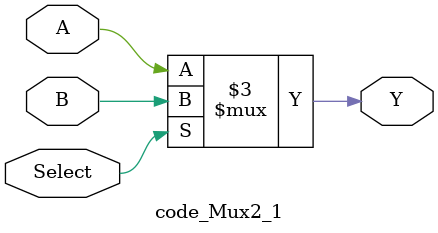
<source format=v>
`timescale 1ns / 1ps


module code_Mux2_1(
    input A,
    input B,
    input Select,
    output reg Y
    );
    
    always @ (Select, A, B)
    begin
        if (Select) Y = B;
        else Y = A;
    end
endmodule

</source>
